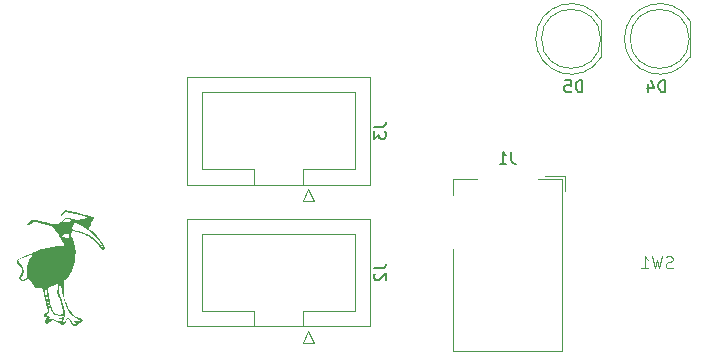
<source format=gbr>
%TF.GenerationSoftware,KiCad,Pcbnew,9.0.6*%
%TF.CreationDate,2026-01-10T14:51:48+11:00*%
%TF.ProjectId,power-supply,706f7765-722d-4737-9570-706c792e6b69,rev?*%
%TF.SameCoordinates,Original*%
%TF.FileFunction,Legend,Bot*%
%TF.FilePolarity,Positive*%
%FSLAX46Y46*%
G04 Gerber Fmt 4.6, Leading zero omitted, Abs format (unit mm)*
G04 Created by KiCad (PCBNEW 9.0.6) date 2026-01-10 14:51:48*
%MOMM*%
%LPD*%
G01*
G04 APERTURE LIST*
%ADD10C,0.150000*%
%ADD11C,0.100000*%
%ADD12C,0.000000*%
%ADD13C,0.120000*%
G04 APERTURE END LIST*
D10*
X122198094Y-145504819D02*
X122198094Y-144504819D01*
X122198094Y-144504819D02*
X121959999Y-144504819D01*
X121959999Y-144504819D02*
X121817142Y-144552438D01*
X121817142Y-144552438D02*
X121721904Y-144647676D01*
X121721904Y-144647676D02*
X121674285Y-144742914D01*
X121674285Y-144742914D02*
X121626666Y-144933390D01*
X121626666Y-144933390D02*
X121626666Y-145076247D01*
X121626666Y-145076247D02*
X121674285Y-145266723D01*
X121674285Y-145266723D02*
X121721904Y-145361961D01*
X121721904Y-145361961D02*
X121817142Y-145457200D01*
X121817142Y-145457200D02*
X121959999Y-145504819D01*
X121959999Y-145504819D02*
X122198094Y-145504819D01*
X120721904Y-144504819D02*
X121198094Y-144504819D01*
X121198094Y-144504819D02*
X121245713Y-144981009D01*
X121245713Y-144981009D02*
X121198094Y-144933390D01*
X121198094Y-144933390D02*
X121102856Y-144885771D01*
X121102856Y-144885771D02*
X120864761Y-144885771D01*
X120864761Y-144885771D02*
X120769523Y-144933390D01*
X120769523Y-144933390D02*
X120721904Y-144981009D01*
X120721904Y-144981009D02*
X120674285Y-145076247D01*
X120674285Y-145076247D02*
X120674285Y-145314342D01*
X120674285Y-145314342D02*
X120721904Y-145409580D01*
X120721904Y-145409580D02*
X120769523Y-145457200D01*
X120769523Y-145457200D02*
X120864761Y-145504819D01*
X120864761Y-145504819D02*
X121102856Y-145504819D01*
X121102856Y-145504819D02*
X121198094Y-145457200D01*
X121198094Y-145457200D02*
X121245713Y-145409580D01*
X104554819Y-160436666D02*
X105269104Y-160436666D01*
X105269104Y-160436666D02*
X105411961Y-160389047D01*
X105411961Y-160389047D02*
X105507200Y-160293809D01*
X105507200Y-160293809D02*
X105554819Y-160150952D01*
X105554819Y-160150952D02*
X105554819Y-160055714D01*
X104650057Y-160865238D02*
X104602438Y-160912857D01*
X104602438Y-160912857D02*
X104554819Y-161008095D01*
X104554819Y-161008095D02*
X104554819Y-161246190D01*
X104554819Y-161246190D02*
X104602438Y-161341428D01*
X104602438Y-161341428D02*
X104650057Y-161389047D01*
X104650057Y-161389047D02*
X104745295Y-161436666D01*
X104745295Y-161436666D02*
X104840533Y-161436666D01*
X104840533Y-161436666D02*
X104983390Y-161389047D01*
X104983390Y-161389047D02*
X105554819Y-160817619D01*
X105554819Y-160817619D02*
X105554819Y-161436666D01*
X129198094Y-145504819D02*
X129198094Y-144504819D01*
X129198094Y-144504819D02*
X128959999Y-144504819D01*
X128959999Y-144504819D02*
X128817142Y-144552438D01*
X128817142Y-144552438D02*
X128721904Y-144647676D01*
X128721904Y-144647676D02*
X128674285Y-144742914D01*
X128674285Y-144742914D02*
X128626666Y-144933390D01*
X128626666Y-144933390D02*
X128626666Y-145076247D01*
X128626666Y-145076247D02*
X128674285Y-145266723D01*
X128674285Y-145266723D02*
X128721904Y-145361961D01*
X128721904Y-145361961D02*
X128817142Y-145457200D01*
X128817142Y-145457200D02*
X128959999Y-145504819D01*
X128959999Y-145504819D02*
X129198094Y-145504819D01*
X127769523Y-144838152D02*
X127769523Y-145504819D01*
X128007618Y-144457200D02*
X128245713Y-145171485D01*
X128245713Y-145171485D02*
X127626666Y-145171485D01*
X116183333Y-150554819D02*
X116183333Y-151269104D01*
X116183333Y-151269104D02*
X116230952Y-151411961D01*
X116230952Y-151411961D02*
X116326190Y-151507200D01*
X116326190Y-151507200D02*
X116469047Y-151554819D01*
X116469047Y-151554819D02*
X116564285Y-151554819D01*
X115183333Y-151554819D02*
X115754761Y-151554819D01*
X115469047Y-151554819D02*
X115469047Y-150554819D01*
X115469047Y-150554819D02*
X115564285Y-150697676D01*
X115564285Y-150697676D02*
X115659523Y-150792914D01*
X115659523Y-150792914D02*
X115754761Y-150840533D01*
X104554819Y-148451666D02*
X105269104Y-148451666D01*
X105269104Y-148451666D02*
X105411961Y-148404047D01*
X105411961Y-148404047D02*
X105507200Y-148308809D01*
X105507200Y-148308809D02*
X105554819Y-148165952D01*
X105554819Y-148165952D02*
X105554819Y-148070714D01*
X104554819Y-148832619D02*
X104554819Y-149451666D01*
X104554819Y-149451666D02*
X104935771Y-149118333D01*
X104935771Y-149118333D02*
X104935771Y-149261190D01*
X104935771Y-149261190D02*
X104983390Y-149356428D01*
X104983390Y-149356428D02*
X105031009Y-149404047D01*
X105031009Y-149404047D02*
X105126247Y-149451666D01*
X105126247Y-149451666D02*
X105364342Y-149451666D01*
X105364342Y-149451666D02*
X105459580Y-149404047D01*
X105459580Y-149404047D02*
X105507200Y-149356428D01*
X105507200Y-149356428D02*
X105554819Y-149261190D01*
X105554819Y-149261190D02*
X105554819Y-148975476D01*
X105554819Y-148975476D02*
X105507200Y-148880238D01*
X105507200Y-148880238D02*
X105459580Y-148832619D01*
D11*
X129833332Y-160359800D02*
X129690475Y-160407419D01*
X129690475Y-160407419D02*
X129452380Y-160407419D01*
X129452380Y-160407419D02*
X129357142Y-160359800D01*
X129357142Y-160359800D02*
X129309523Y-160312180D01*
X129309523Y-160312180D02*
X129261904Y-160216942D01*
X129261904Y-160216942D02*
X129261904Y-160121704D01*
X129261904Y-160121704D02*
X129309523Y-160026466D01*
X129309523Y-160026466D02*
X129357142Y-159978847D01*
X129357142Y-159978847D02*
X129452380Y-159931228D01*
X129452380Y-159931228D02*
X129642856Y-159883609D01*
X129642856Y-159883609D02*
X129738094Y-159835990D01*
X129738094Y-159835990D02*
X129785713Y-159788371D01*
X129785713Y-159788371D02*
X129833332Y-159693133D01*
X129833332Y-159693133D02*
X129833332Y-159597895D01*
X129833332Y-159597895D02*
X129785713Y-159502657D01*
X129785713Y-159502657D02*
X129738094Y-159455038D01*
X129738094Y-159455038D02*
X129642856Y-159407419D01*
X129642856Y-159407419D02*
X129404761Y-159407419D01*
X129404761Y-159407419D02*
X129261904Y-159455038D01*
X128928570Y-159407419D02*
X128690475Y-160407419D01*
X128690475Y-160407419D02*
X128499999Y-159693133D01*
X128499999Y-159693133D02*
X128309523Y-160407419D01*
X128309523Y-160407419D02*
X128071428Y-159407419D01*
X127166666Y-160407419D02*
X127738094Y-160407419D01*
X127452380Y-160407419D02*
X127452380Y-159407419D01*
X127452380Y-159407419D02*
X127547618Y-159550276D01*
X127547618Y-159550276D02*
X127642856Y-159645514D01*
X127642856Y-159645514D02*
X127738094Y-159693133D01*
D12*
%TO.C,G\u002A\u002A\u002A*%
G36*
X80744392Y-156355185D02*
G01*
X80624668Y-156597203D01*
X80544253Y-156753050D01*
X80450248Y-156951977D01*
X80414049Y-157054313D01*
X80420205Y-157070198D01*
X80518184Y-157166765D01*
X80697387Y-157296093D01*
X80702589Y-157299497D01*
X80901046Y-157465965D01*
X81131760Y-157711264D01*
X81364255Y-157995759D01*
X81568056Y-158279813D01*
X81712685Y-158523791D01*
X81767668Y-158688056D01*
X81764366Y-158697286D01*
X81722159Y-158815253D01*
X81598902Y-158848526D01*
X81445859Y-158779624D01*
X81311399Y-158616166D01*
X81250310Y-158516183D01*
X81017803Y-158237441D01*
X80710315Y-157952239D01*
X80380936Y-157712155D01*
X80281052Y-157658083D01*
X80020094Y-157548534D01*
X79709476Y-157443015D01*
X79400716Y-157356739D01*
X79145330Y-157304921D01*
X78994834Y-157302778D01*
X78977167Y-157310153D01*
X78897346Y-157436299D01*
X78924088Y-157665595D01*
X78967822Y-157768579D01*
X79055277Y-157974516D01*
X79178552Y-158255797D01*
X79268759Y-158655131D01*
X79287176Y-159134814D01*
X79272578Y-159311584D01*
X79237771Y-159733087D01*
X79228781Y-159805275D01*
X79173076Y-160170422D01*
X79103293Y-160433829D01*
X78999536Y-160653509D01*
X78841912Y-160887478D01*
X78696438Y-161074555D01*
X78519714Y-161274243D01*
X78395170Y-161382968D01*
X78390836Y-161385460D01*
X78322450Y-161455761D01*
X78282943Y-161590126D01*
X78266845Y-161823493D01*
X78268687Y-162190797D01*
X78283960Y-162562029D01*
X78325683Y-162876715D01*
X78408696Y-163161014D01*
X78548712Y-163487704D01*
X78677386Y-163743196D01*
X78980151Y-164204942D01*
X79299550Y-164512378D01*
X79628663Y-164658004D01*
X79792288Y-164716086D01*
X79872650Y-164809764D01*
X79888850Y-164828649D01*
X79850274Y-164942730D01*
X79671303Y-165014388D01*
X79553711Y-165057434D01*
X79481667Y-165162555D01*
X79468778Y-165204509D01*
X79353532Y-165270546D01*
X79177747Y-165278248D01*
X79014045Y-165218870D01*
X79008689Y-165214795D01*
X78902051Y-165096624D01*
X78770634Y-164910668D01*
X78613845Y-164664669D01*
X78505784Y-164921670D01*
X78492895Y-164951479D01*
X78360747Y-165174279D01*
X78231853Y-165260473D01*
X78125317Y-165196275D01*
X78083922Y-165154129D01*
X77911422Y-165047717D01*
X77669801Y-164939871D01*
X77496918Y-164876407D01*
X77328409Y-164835695D01*
X77209852Y-164860885D01*
X77077165Y-164953442D01*
X77045616Y-164977837D01*
X76837489Y-165105175D01*
X76729208Y-165095938D01*
X76721257Y-164950650D01*
X76814120Y-164669833D01*
X76832584Y-164565719D01*
X76739059Y-164521667D01*
X76692597Y-164516870D01*
X76610077Y-164440854D01*
X76641978Y-164309052D01*
X76782430Y-164169184D01*
X76961858Y-164050048D01*
X76771422Y-163418024D01*
X76763796Y-163392490D01*
X76669885Y-163039046D01*
X76600732Y-162709569D01*
X76570827Y-162472366D01*
X76558169Y-162318135D01*
X76542441Y-162281802D01*
X76690489Y-162281802D01*
X76708503Y-162546948D01*
X76765793Y-162866489D01*
X76859083Y-163201309D01*
X76886965Y-163287390D01*
X76987898Y-163679351D01*
X77024224Y-163989788D01*
X76995012Y-164194096D01*
X76899334Y-164267667D01*
X76840911Y-164277219D01*
X76772334Y-164352333D01*
X76804087Y-164401544D01*
X76941667Y-164437000D01*
X77047090Y-164456133D01*
X77109649Y-164541453D01*
X77026334Y-164648667D01*
X77003247Y-164665992D01*
X76941667Y-164781381D01*
X76982170Y-164808353D01*
X77109200Y-164757142D01*
X77168781Y-164724463D01*
X77330539Y-164697801D01*
X77553700Y-164763688D01*
X77828591Y-164869002D01*
X78007295Y-164917776D01*
X78102676Y-164904801D01*
X78151324Y-164834404D01*
X78156251Y-164752946D01*
X78045555Y-164750292D01*
X77953772Y-164757302D01*
X77835226Y-164698376D01*
X77860657Y-164630458D01*
X78037337Y-164606333D01*
X78044630Y-164606300D01*
X78222649Y-164580669D01*
X78296334Y-164521667D01*
X78281021Y-164497656D01*
X78148659Y-164454214D01*
X77924714Y-164437000D01*
X77616777Y-164400387D01*
X77378598Y-164288833D01*
X77331516Y-164238384D01*
X77201180Y-163993253D01*
X77079986Y-163618310D01*
X76976200Y-163142682D01*
X76898087Y-162595500D01*
X76861388Y-162343813D01*
X76834291Y-162233933D01*
X76941667Y-162233933D01*
X76965924Y-162417822D01*
X77029778Y-162534128D01*
X77070140Y-162589620D01*
X77069063Y-162742421D01*
X77057834Y-162847680D01*
X77085622Y-163105102D01*
X77155423Y-163425327D01*
X77251889Y-163751747D01*
X77359669Y-164027756D01*
X77463414Y-164196746D01*
X77489273Y-164220489D01*
X77694690Y-164326613D01*
X77927440Y-164355392D01*
X78127729Y-164307763D01*
X78235765Y-164184662D01*
X78237365Y-164177757D01*
X78230716Y-163993967D01*
X78172816Y-163708443D01*
X78077915Y-163372068D01*
X77960260Y-163035729D01*
X77834102Y-162750309D01*
X77748786Y-162468856D01*
X77759250Y-162130260D01*
X77872377Y-162130260D01*
X77907498Y-162413698D01*
X77984631Y-162740382D01*
X78100386Y-163075690D01*
X78169324Y-163261645D01*
X78284601Y-163689219D01*
X78346034Y-164104844D01*
X78346486Y-164177757D01*
X78348244Y-164461105D01*
X78333098Y-164521667D01*
X78285853Y-164710584D01*
X78245308Y-164821586D01*
X78237858Y-165012937D01*
X78254915Y-165057589D01*
X78306538Y-165046293D01*
X78388774Y-164881500D01*
X78429588Y-164792565D01*
X78557833Y-164634382D01*
X78697848Y-164644309D01*
X78856706Y-164821438D01*
X78858826Y-164824656D01*
X78991914Y-164984194D01*
X79140893Y-165108903D01*
X79262216Y-165168886D01*
X79312334Y-165134245D01*
X79299323Y-165086967D01*
X79209147Y-164960346D01*
X79173980Y-164918689D01*
X79200695Y-164886246D01*
X79368212Y-164909609D01*
X79566237Y-164922444D01*
X79688063Y-164868863D01*
X79690893Y-164809764D01*
X79571575Y-164775667D01*
X79480234Y-164752493D01*
X79277096Y-164639424D01*
X79052439Y-164463935D01*
X78752254Y-164117177D01*
X78468808Y-163618709D01*
X78258544Y-163047889D01*
X78143843Y-162454217D01*
X78104230Y-162168906D01*
X78044569Y-161933941D01*
X77978834Y-161833329D01*
X77941717Y-161831618D01*
X77882654Y-161924693D01*
X77872377Y-162130260D01*
X77759250Y-162130260D01*
X77760147Y-162101236D01*
X77774625Y-161969629D01*
X77774258Y-161792929D01*
X77738156Y-161748191D01*
X77707318Y-161763083D01*
X77539438Y-161822238D01*
X77301501Y-161891684D01*
X77256411Y-161904002D01*
X77051523Y-161977990D01*
X76961624Y-162073685D01*
X76941667Y-162233933D01*
X76834291Y-162233933D01*
X76811923Y-162143227D01*
X76764021Y-162066333D01*
X76715026Y-162110168D01*
X76690489Y-162281802D01*
X76542441Y-162281802D01*
X76495056Y-162172341D01*
X76349001Y-162099486D01*
X76183243Y-162067125D01*
X75958300Y-162057843D01*
X75859081Y-162045768D01*
X75735522Y-161938177D01*
X75601399Y-161697050D01*
X75576034Y-161643845D01*
X75461848Y-161442032D01*
X75359018Y-161360562D01*
X75230099Y-161366055D01*
X75096888Y-161409055D01*
X74936246Y-161491770D01*
X74855079Y-161523280D01*
X74661080Y-161476563D01*
X74618976Y-161453364D01*
X74512309Y-161365499D01*
X74512539Y-161249998D01*
X74613334Y-161050333D01*
X74724042Y-160750765D01*
X74702587Y-160434517D01*
X74528667Y-160168748D01*
X74357708Y-159978066D01*
X74308015Y-159815687D01*
X74351728Y-159741786D01*
X74422697Y-159741786D01*
X74470611Y-159856844D01*
X74595626Y-160028729D01*
X74620108Y-160058521D01*
X74821509Y-160398628D01*
X74880052Y-160724652D01*
X74790150Y-161008462D01*
X74698584Y-161171807D01*
X74655667Y-161301354D01*
X74668932Y-161346210D01*
X74791839Y-161378357D01*
X75030158Y-161313300D01*
X75097314Y-161276624D01*
X75155329Y-161184630D01*
X75177410Y-161008260D01*
X75173484Y-160705417D01*
X75171741Y-160650209D01*
X75180730Y-160308892D01*
X75241161Y-160038470D01*
X75370494Y-159754686D01*
X75456508Y-159590115D01*
X75550481Y-159400375D01*
X75587001Y-159311584D01*
X75571742Y-159308538D01*
X75445476Y-159339373D01*
X75230425Y-159408235D01*
X74973861Y-159498223D01*
X74723055Y-159592441D01*
X74525281Y-159673989D01*
X74427810Y-159725968D01*
X74422697Y-159741786D01*
X74351728Y-159741786D01*
X74394440Y-159669577D01*
X74626948Y-159523184D01*
X75015501Y-159359955D01*
X75113363Y-159322634D01*
X75472488Y-159179253D01*
X75791306Y-159043047D01*
X76010334Y-158939175D01*
X76086483Y-158901894D01*
X76429152Y-158775679D01*
X76846139Y-158665040D01*
X77279517Y-158581701D01*
X77671360Y-158537385D01*
X77963740Y-158543817D01*
X78061153Y-158557349D01*
X78241533Y-158555401D01*
X78295980Y-158490167D01*
X78271125Y-158381793D01*
X78172322Y-158147332D01*
X78020768Y-157853514D01*
X77901621Y-157650370D01*
X78136463Y-157650370D01*
X78165853Y-157742700D01*
X78169211Y-157747498D01*
X78293356Y-157808046D01*
X78501257Y-157833000D01*
X78666407Y-157824032D01*
X78748785Y-157768579D01*
X78741974Y-157629620D01*
X78709698Y-157514993D01*
X78627385Y-157463581D01*
X78445883Y-157500007D01*
X78412170Y-157509782D01*
X78208351Y-157581585D01*
X78136463Y-157650370D01*
X77901621Y-157650370D01*
X77840784Y-157546643D01*
X77656691Y-157273024D01*
X77575719Y-157162856D01*
X77539037Y-157112494D01*
X78973668Y-157112494D01*
X79017307Y-157129105D01*
X79186088Y-157173641D01*
X79438405Y-157232724D01*
X79594798Y-157273274D01*
X80020849Y-157426960D01*
X80446666Y-157631232D01*
X80817084Y-157857642D01*
X81076938Y-158077740D01*
X81255266Y-158295816D01*
X81427427Y-158538534D01*
X81446663Y-158567616D01*
X81557916Y-158690304D01*
X81629778Y-158697286D01*
X81629245Y-158611088D01*
X81534259Y-158422355D01*
X81355612Y-158174791D01*
X81118721Y-157897651D01*
X80849001Y-157620188D01*
X80571868Y-157371659D01*
X80312738Y-157181316D01*
X80093461Y-157047097D01*
X79784604Y-156867063D01*
X79503665Y-156712254D01*
X79289411Y-156603842D01*
X79180609Y-156563000D01*
X79173553Y-156571583D01*
X79125896Y-156677979D01*
X79059011Y-156850557D01*
X78999425Y-157018877D01*
X78973668Y-157112494D01*
X77539037Y-157112494D01*
X77453897Y-156995604D01*
X77399544Y-156918674D01*
X77359879Y-156901950D01*
X77186997Y-156848298D01*
X76909521Y-156769414D01*
X76562928Y-156675605D01*
X75740951Y-156457862D01*
X75487987Y-156644886D01*
X75313082Y-156754821D01*
X75197067Y-156779046D01*
X75198720Y-156696783D01*
X75333314Y-156520333D01*
X75441715Y-156415451D01*
X75557595Y-156347767D01*
X75707041Y-156324025D01*
X75922580Y-156344100D01*
X76236735Y-156407870D01*
X76682030Y-156515209D01*
X76792125Y-156542084D01*
X77223057Y-156634179D01*
X77537373Y-156667261D01*
X77770990Y-156637969D01*
X77959828Y-156542943D01*
X78027413Y-156481312D01*
X78211667Y-156481312D01*
X78213907Y-156505433D01*
X78256140Y-156544036D01*
X78383059Y-156542224D01*
X78635001Y-156501967D01*
X78722303Y-156483505D01*
X78889518Y-156415568D01*
X78907248Y-156340993D01*
X78766462Y-156275352D01*
X78681565Y-156262221D01*
X78463557Y-156284536D01*
X78285401Y-156365556D01*
X78211667Y-156481312D01*
X78027413Y-156481312D01*
X78139803Y-156378823D01*
X78384383Y-156199096D01*
X78706060Y-156143536D01*
X79059262Y-156251667D01*
X79131583Y-156284818D01*
X79288292Y-156317866D01*
X79500421Y-156303246D01*
X79821262Y-156240153D01*
X79950834Y-156210601D01*
X80147676Y-156157223D01*
X80232602Y-156109371D01*
X80194806Y-156059206D01*
X80023480Y-155998892D01*
X79707816Y-155920589D01*
X79237006Y-155816461D01*
X78459373Y-155647895D01*
X78208520Y-155858974D01*
X78197860Y-155867883D01*
X78028023Y-155985986D01*
X77963071Y-155987207D01*
X78008347Y-155890912D01*
X78169195Y-155716464D01*
X78380722Y-155517745D01*
X79608528Y-155762992D01*
X79761511Y-155794191D01*
X80195122Y-155890687D01*
X80535074Y-155978950D01*
X80756950Y-156052204D01*
X80836334Y-156103676D01*
X80821124Y-156167713D01*
X80750201Y-156340993D01*
X80744392Y-156355185D01*
G37*
D13*
%TO.C,D5*%
X123790000Y-139455000D02*
X123790000Y-142545000D01*
X118240000Y-141000000D02*
G75*
G02*
X123790000Y-139455170I2990000J0D01*
G01*
X123790000Y-142544830D02*
G75*
G02*
X118240000Y-141000000I-2560000J1544830D01*
G01*
X123730000Y-141000000D02*
G75*
G02*
X118730000Y-141000000I-2500000J0D01*
G01*
X118730000Y-141000000D02*
G75*
G02*
X123730000Y-141000000I2500000J0D01*
G01*
%TO.C,J2*%
X88710000Y-156210000D02*
X88710000Y-165330000D01*
X88710000Y-165330000D02*
X104210000Y-165330000D01*
X90010000Y-157520000D02*
X90010000Y-164020000D01*
X90010000Y-164020000D02*
X94410000Y-164020000D01*
X94410000Y-164020000D02*
X94410000Y-165330000D01*
X98500000Y-166720000D02*
X99000000Y-165720000D01*
X98510000Y-164020000D02*
X102910000Y-164020000D01*
X98510000Y-165330000D02*
X98510000Y-164020000D01*
X99000000Y-165720000D02*
X99500000Y-166720000D01*
X99500000Y-166720000D02*
X98500000Y-166720000D01*
X102910000Y-157520000D02*
X90010000Y-157520000D01*
X102910000Y-164020000D02*
X102910000Y-157520000D01*
X104210000Y-156210000D02*
X88710000Y-156210000D01*
X104210000Y-165330000D02*
X104210000Y-156210000D01*
%TO.C,D4*%
X131290000Y-139455000D02*
X131290000Y-142545000D01*
X125740000Y-141000000D02*
G75*
G02*
X131290000Y-139455170I2990000J0D01*
G01*
X131290000Y-142544830D02*
G75*
G02*
X125740000Y-141000000I-2560000J1544830D01*
G01*
X131230000Y-141000000D02*
G75*
G02*
X126230000Y-141000000I-2500000J0D01*
G01*
X126230000Y-141000000D02*
G75*
G02*
X131230000Y-141000000I2500000J0D01*
G01*
%TO.C,J1*%
X111250000Y-152900000D02*
X111250000Y-154200000D01*
X111250000Y-158800000D02*
X111250000Y-167400000D01*
X111250000Y-167400000D02*
X120450000Y-167400000D01*
X113250000Y-152900000D02*
X111250000Y-152900000D01*
X119050000Y-152600000D02*
X120750000Y-152600000D01*
X120450000Y-152900000D02*
X118450000Y-152900000D01*
X120450000Y-167400000D02*
X120450000Y-152900000D01*
X120750000Y-152600000D02*
X120750000Y-153900000D01*
%TO.C,J3*%
X88710000Y-144225000D02*
X88710000Y-153345000D01*
X88710000Y-153345000D02*
X104210000Y-153345000D01*
X90010000Y-145535000D02*
X90010000Y-152035000D01*
X90010000Y-152035000D02*
X94410000Y-152035000D01*
X94410000Y-152035000D02*
X94410000Y-153345000D01*
X98500000Y-154735000D02*
X99000000Y-153735000D01*
X98510000Y-152035000D02*
X102910000Y-152035000D01*
X98510000Y-153345000D02*
X98510000Y-152035000D01*
X99000000Y-153735000D02*
X99500000Y-154735000D01*
X99500000Y-154735000D02*
X98500000Y-154735000D01*
X102910000Y-145535000D02*
X90010000Y-145535000D01*
X102910000Y-152035000D02*
X102910000Y-145535000D01*
X104210000Y-144225000D02*
X88710000Y-144225000D01*
X104210000Y-153345000D02*
X104210000Y-144225000D01*
%TD*%
M02*

</source>
